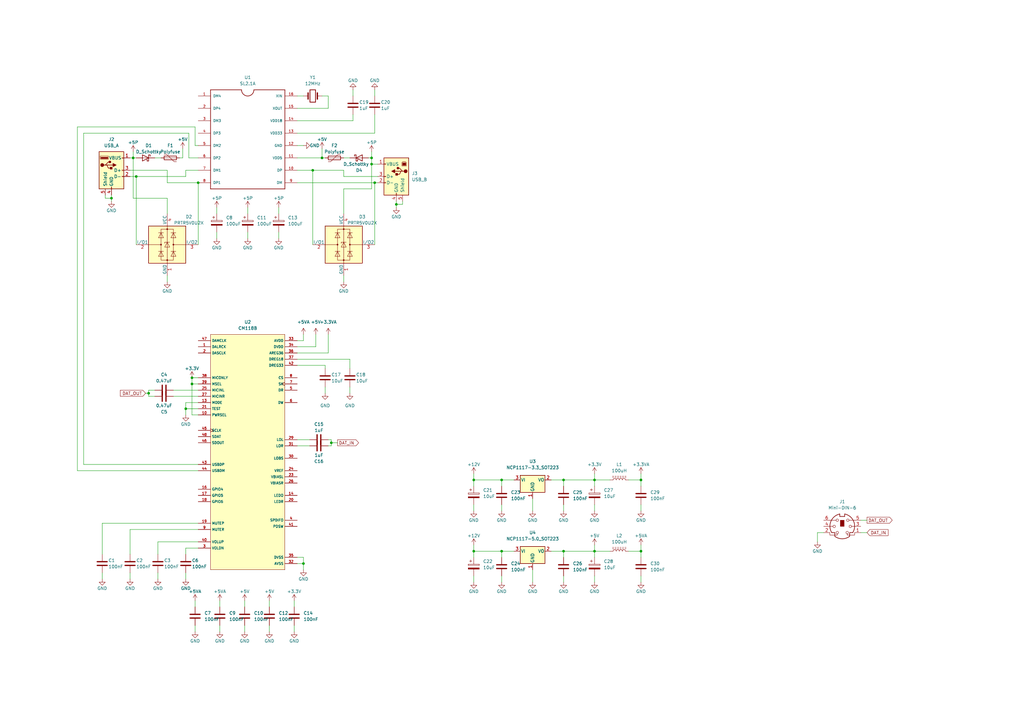
<source format=kicad_sch>
(kicad_sch (version 20230121) (generator eeschema)
  (paper "A3")
  (lib_symbols
    (symbol "CM118B:CM118B"
      (property "Reference" "U" (at 0 0 0))
      (property "Value" "CM118B" (at 0 -2.54 0))
      (symbol "CM118B_0_0"
        (pin bidirectional line (at -20.32 -10.16 0) (length 5.08) (name "DALRCK") (number "1"))
        (pin input line (at -20.32 -38.1 0) (length 5.08) (name "PWRSEL") (number "10"))
        (pin input line (at -20.32 -33.02 0) (length 5.08) (name "MODE") (number "13"))
        (pin output line (at 20.32 -71.12 180) (length 5.08) (name "LEDO") (number "14"))
        (pin power_in line (at 20.32 -96.52 180) (length 5.08) hide (name "DVSS") (number "15"))
        (pin bidirectional line (at -20.32 -68.58 0) (length 5.08) (name "GPIO4") (number "16"))
        (pin bidirectional line (at -20.32 -71.12 0) (length 5.08) (name "GPIO5") (number "17"))
        (pin bidirectional line (at -20.32 -73.66 0) (length 5.08) (name "GPIO6") (number "18"))
        (pin input line (at -20.32 -82.55 0) (length 5.08) (name "MUTEP") (number "19"))
        (pin bidirectional line (at -20.32 -12.7 0) (length 5.08) (name "DASCLK") (number "2"))
        (pin output line (at 20.32 -73.66 180) (length 5.08) (name "LEDR") (number "20"))
        (pin input line (at -20.32 -35.56 0) (length 5.08) (name "TEST") (number "21"))
        (pin power_in line (at 20.32 -99.06 180) (length 5.08) hide (name "AVSS") (number "22"))
        (pin output line (at 20.32 -63.5 180) (length 5.08) (name "VBIASL") (number "23"))
        (pin output line (at 20.32 -60.96 180) (length 5.08) (name "VREF") (number "24"))
        (pin input line (at -20.32 -27.94 0) (length 5.08) (name "MICINL") (number "25"))
        (pin output line (at 20.32 -66.04 180) (length 5.08) (name "VBIASR") (number "26"))
        (pin input line (at -20.32 -30.48 0) (length 5.08) (name "MICINR") (number "27"))
        (pin power_in line (at 20.32 -7.62 180) (length 5.08) hide (name "AVDD") (number "28"))
        (pin output line (at 20.32 -48.26 180) (length 5.08) (name "LOL") (number "29"))
        (pin input line (at -20.32 -92.71 0) (length 5.08) (name "VOLDN") (number "3"))
        (pin output line (at 20.32 -55.88 180) (length 5.08) (name "LOBS") (number "30"))
        (pin output line (at 20.32 -50.8 180) (length 5.08) (name "LOR") (number "31"))
        (pin power_in line (at 20.32 -99.06 180) (length 5.08) (name "AVSS") (number "32"))
        (pin power_in line (at 20.32 -7.62 180) (length 5.08) (name "AVDD") (number "33"))
        (pin power_in line (at 20.32 -10.16 180) (length 5.08) (name "DVDD") (number "34"))
        (pin power_in line (at 20.32 -96.52 180) (length 5.08) (name "DVSS") (number "35"))
        (pin power_in line (at 20.32 -12.7 180) (length 5.08) (name "AREG36") (number "36"))
        (pin power_in line (at 20.32 -15.24 180) (length 5.08) (name "DREG18") (number "37"))
        (pin input line (at -20.32 -22.86 0) (length 5.08) (name "MICONLY") (number "38"))
        (pin input line (at -20.32 -25.4 0) (length 5.08) (name "MSEL") (number "39"))
        (pin output line (at 20.32 -81.28 180) (length 5.08) (name "SPDIFO") (number "4"))
        (pin input line (at -20.32 -90.17 0) (length 5.08) (name "VOLUP") (number "40"))
        (pin output line (at 20.32 -83.82 180) (length 5.08) (name "PDSW") (number "41"))
        (pin power_in line (at 20.32 -17.78 180) (length 5.08) (name "DREG33") (number "42"))
        (pin bidirectional line (at -20.32 -58.42 0) (length 5.08) (name "USBDP") (number "43"))
        (pin bidirectional line (at -20.32 -60.96 0) (length 5.08) (name "USBDM") (number "44"))
        (pin bidirectional clock (at -20.32 -44.45 0) (length 5.08) (name "SCLK") (number "45"))
        (pin bidirectional line (at -20.32 -49.53 0) (length 5.08) (name "SDOUT") (number "46"))
        (pin bidirectional line (at -20.32 -7.62 0) (length 5.08) (name "DAMCLK") (number "47"))
        (pin bidirectional line (at -20.32 -46.99 0) (length 5.08) (name "SDAT") (number "48"))
        (pin bidirectional line (at 20.32 -27.94 180) (length 5.08) (name "DR") (number "5"))
        (pin output line (at 20.32 -33.02 180) (length 5.08) (name "DW") (number "6"))
        (pin output clock (at 20.32 -25.4 180) (length 5.08) (name "SK") (number "7"))
        (pin output line (at 20.32 -22.86 180) (length 5.08) (name "CS") (number "8"))
        (pin input line (at -20.32 -85.09 0) (length 5.08) (name "MUTER") (number "9"))
      )
    )
    (symbol "Connector:Mini-DIN-6" (pin_names (offset 1.016))
      (property "Reference" "J" (at 0 6.35 0))
      (property "Value" "Mini-DIN-6" (at 0 -6.35 0))
      (symbol "Mini-DIN-6_1_1"
        (pin passive line (at 7.62 -2.54 180) (length 2.54) (name "~") (number "1"))
        (pin passive line (at -7.62 -2.54 0) (length 2.54) (name "~") (number "2"))
        (pin passive line (at 7.62 0 180) (length 2.54) (name "~") (number "3"))
        (pin passive line (at -7.62 0 0) (length 2.54) (name "~") (number "4"))
        (pin passive line (at 7.62 2.54 180) (length 2.54) (name "~") (number "5"))
        (pin passive line (at -7.62 2.54 0) (length 2.54) (name "~") (number "6"))
      )
    )
    (symbol "Connector:USB_A" (pin_names (offset 1.016))
      (property "Reference" "J" (at -5.08 11.43 0))
      (property "Value" "USB_A" (at -5.08 8.89 0))
      (symbol "USB_A_1_1"
        (pin power_in line (at 7.62 5.08 180) (length 2.54) (name "VBUS") (number "1"))
        (pin bidirectional line (at 7.62 -2.54 180) (length 2.54) (name "D-") (number "2"))
        (pin bidirectional line (at 7.62 0 180) (length 2.54) (name "D+") (number "3"))
        (pin power_in line (at 0 -10.16 90) (length 2.54) (name "GND") (number "4"))
        (pin passive line (at -2.54 -10.16 90) (length 2.54) (name "Shield") (number "5"))
      )
    )
    (symbol "Connector:USB_B" (pin_names (offset 1.016))
      (property "Reference" "J" (at -5.08 11.43 0))
      (property "Value" "USB_B" (at -5.08 8.89 0))
      (symbol "USB_B_1_1"
        (pin power_out line (at 7.62 5.08 180) (length 2.54) (name "VBUS") (number "1"))
        (pin bidirectional line (at 7.62 -2.54 180) (length 2.54) (name "D-") (number "2"))
        (pin bidirectional line (at 7.62 0 180) (length 2.54) (name "D+") (number "3"))
        (pin power_out line (at 0 -10.16 90) (length 2.54) (name "GND") (number "4"))
        (pin passive line (at -2.54 -10.16 90) (length 2.54) (name "Shield") (number "5"))
      )
    )
    (symbol "Device:C" (pin_numbers hide) (pin_names (offset 0.254))
      (property "Reference" "C" (at 0.635 2.54 0))
      (property "Value" "C" (at 0.635 -2.54 0))
      (symbol "C_1_1"
        (pin passive line (at 0 3.81 270) (length 2.794) (name "~") (number "1"))
        (pin passive line (at 0 -3.81 90) (length 2.794) (name "~") (number "2"))
      )
    )
    (symbol "Device:C_Polarized" (pin_numbers hide) (pin_names (offset 0.254))
      (property "Reference" "C" (at 0.635 2.54 0))
      (property "Value" "C_Polarized" (at 0.635 -2.54 0))
      (symbol "C_Polarized_1_1"
        (pin passive line (at 0 3.81 270) (length 2.794) (name "~") (number "1"))
        (pin passive line (at 0 -3.81 90) (length 2.794) (name "~") (number "2"))
      )
    )
    (symbol "Device:Crystal" (pin_numbers hide) (pin_names (offset 1.016) hide)
      (property "Reference" "Y" (at 0 3.81 0))
      (property "Value" "Crystal" (at 0 -3.81 0))
      (symbol "Crystal_1_1"
        (pin passive line (at -3.81 0 0) (length 1.27) (name "1") (number "1"))
        (pin passive line (at 3.81 0 180) (length 1.27) (name "2") (number "2"))
      )
    )
    (symbol "Device:D_Schottky" (pin_numbers hide) (pin_names (offset 1.016) hide)
      (property "Reference" "D" (at 0 2.54 0))
      (property "Value" "D_Schottky" (at 0 -2.54 0))
      (symbol "D_Schottky_1_1"
        (pin passive line (at -3.81 0 0) (length 2.54) (name "K") (number "1"))
        (pin passive line (at 3.81 0 180) (length 2.54) (name "A") (number "2"))
      )
    )
    (symbol "Device:L_Ferrite" (pin_numbers hide) (pin_names (offset 1.016) hide)
      (property "Reference" "L" (at -1.27 0 90))
      (property "Value" "L_Ferrite" (at 2.794 0 90))
      (symbol "L_Ferrite_1_1"
        (pin passive line (at 0 3.81 270) (length 1.27) (name "1") (number "1"))
        (pin passive line (at 0 -3.81 90) (length 1.27) (name "2") (number "2"))
      )
    )
    (symbol "Device:Polyfuse" (pin_numbers hide) (pin_names (offset 0))
      (property "Reference" "F" (at -2.54 0 90))
      (property "Value" "Polyfuse" (at 2.54 0 90))
      (symbol "Polyfuse_1_1"
        (pin passive line (at 0 3.81 270) (length 1.27) (name "~") (number "1"))
        (pin passive line (at 0 -3.81 90) (length 1.27) (name "~") (number "2"))
      )
    )
    (symbol "Power_Protection:PRTR5V0U2X" (pin_names (offset 0))
      (property "Reference" "D" (at 2.794 8.636 0))
      (property "Value" "PRTR5V0U2X" (at 8.128 -9.398 0))
      (symbol "PRTR5V0U2X_1_1"
        (pin passive line (at 0 -12.7 90) (length 5.08) (name "GND") (number "1"))
        (pin passive line (at -12.7 0 0) (length 5.08) (name "I/O1") (number "2"))
        (pin passive line (at 12.7 0 180) (length 5.08) (name "I/O2") (number "3"))
        (pin passive line (at 0 12.7 270) (length 5.08) (name "VCC") (number "4"))
      )
    )
    (symbol "Regulator_Linear:NCP1117-3.3_SOT223" (pin_names (offset 0.254))
      (property "Reference" "U" (at -3.81 3.175 0))
      (property "Value" "NCP1117-3.3_SOT223" (at 0 3.175 0))
      (symbol "NCP1117-3.3_SOT223_1_1"
        (pin power_in line (at 0 -7.62 90) (length 2.54) (name "GND") (number "1"))
        (pin power_out line (at 7.62 0 180) (length 2.54) (name "VO") (number "2"))
        (pin power_in line (at -7.62 0 0) (length 2.54) (name "VI") (number "3"))
      )
    )
    (symbol "Regulator_Linear:NCP1117-5.0_SOT223" (pin_names (offset 0.254))
      (property "Reference" "U" (at -3.81 3.175 0))
      (property "Value" "NCP1117-5.0_SOT223" (at 0 3.175 0))
      (symbol "NCP1117-5.0_SOT223_1_1"
        (pin power_in line (at 0 -7.62 90) (length 2.54) (name "GND") (number "1"))
        (pin power_out line (at 7.62 0 180) (length 2.54) (name "VO") (number "2"))
        (pin power_in line (at -7.62 0 0) (length 2.54) (name "VI") (number "3"))
      )
    )
    (symbol "SL2.1:SL2.1A" (pin_names (offset 1.016))
      (property "Reference" "U" (at 0 22.86 0))
      (property "Value" "SL2.1A" (at 0 -22.86 0))
      (symbol "SL2.1A_0_0"
        (pin bidirectional line (at -20.32 17.78 0) (length 5.08) (name "DM4") (number "1"))
        (pin bidirectional line (at 20.32 -12.7 180) (length 5.08) (name "DP") (number "10"))
        (pin bidirectional line (at 20.32 -7.62 180) (length 5.08) (name "VDD5") (number "11"))
        (pin bidirectional line (at 20.32 -2.54 180) (length 5.08) (name "GND") (number "12"))
        (pin bidirectional line (at 20.32 2.54 180) (length 5.08) (name "VDD33") (number "13"))
        (pin bidirectional line (at 20.32 7.62 180) (length 5.08) (name "VDD18") (number "14"))
        (pin bidirectional line (at 20.32 12.7 180) (length 5.08) (name "XOUT") (number "15"))
        (pin bidirectional line (at 20.32 17.78 180) (length 5.08) (name "XIN") (number "16"))
        (pin bidirectional line (at -20.32 12.7 0) (length 5.08) (name "DP4") (number "2"))
        (pin bidirectional line (at -20.32 7.62 0) (length 5.08) (name "DM3") (number "3"))
        (pin bidirectional line (at -20.32 2.54 0) (length 5.08) (name "DP3") (number "4"))
        (pin bidirectional line (at -20.32 -2.54 0) (length 5.08) (name "DM2") (number "5"))
        (pin bidirectional line (at -20.32 -7.62 0) (length 5.08) (name "DP2") (number "6"))
        (pin bidirectional line (at -20.32 -12.7 0) (length 5.08) (name "DM1") (number "7"))
        (pin bidirectional line (at -20.32 -17.78 0) (length 5.08) (name "DP1") (number "8"))
        (pin bidirectional line (at 20.32 -17.78 180) (length 5.08) (name "DM") (number "9"))
      )
    )
    (symbol "power:+12V" (power) (pin_names (offset 0))
      (property "Value" "+12V" (at 0 3.556 0))
      (symbol "+12V_1_1"
        (pin power_in line (at 0 0 90) (length 0) hide (name "+12V") (number "1"))
      )
    )
    (symbol "power:+3.3V" (power) (pin_names (offset 0))
      (property "Value" "+3.3V" (at 0 3.556 0))
      (symbol "+3.3V_1_1"
        (pin power_in line (at 0 0 90) (length 0) hide (name "+3.3V") (number "1"))
      )
    )
    (symbol "power:+3.3VA" (power) (pin_names (offset 0))
      (property "Value" "+3.3VA" (at 0 3.556 0))
      (symbol "+3.3VA_1_1"
        (pin power_in line (at 0 0 90) (length 0) hide (name "+3.3VA") (number "1"))
      )
    )
    (symbol "power:+5P" (power) (pin_names (offset 0))
      (property "Value" "+5P" (at 0 3.556 0))
      (symbol "+5P_1_1"
        (pin power_in line (at 0 0 90) (length 0) hide (name "+5P") (number "1"))
      )
    )
    (symbol "power:+5V" (power) (pin_names (offset 0))
      (property "Value" "+5V" (at 0 3.556 0))
      (symbol "+5V_1_1"
        (pin power_in line (at 0 0 90) (length 0) hide (name "+5V") (number "1"))
      )
    )
    (symbol "power:+5VA" (power) (pin_names (offset 0))
      (property "Value" "+5VA" (at 0 3.556 0))
      (symbol "+5VA_1_1"
        (pin power_in line (at 0 0 90) (length 0) hide (name "+5VA") (number "1"))
      )
    )
    (symbol "power:GND" (power) (pin_names (offset 0))
      (property "Value" "GND" (at 0 -3.81 0))
      (symbol "GND_1_1"
        (pin power_in line (at 0 0 270) (length 0) hide (name "GND") (number "1"))
      )
    )
  )
  (junction (at 194.31 226.06))
  (junction (at 81.28 74.93))
  (junction (at 231.14 196.85))
  (junction (at 54.61 64.77))
  (junction (at 243.84 196.85))
  (junction (at 60.96 161.29))
  (junction (at 135.89 181.61))
  (junction (at 124.46 231.14))
  (junction (at 262.89 196.85))
  (junction (at 243.84 226.06))
  (junction (at 78.74 154.94))
  (junction (at 205.74 226.06))
  (junction (at 152.4 64.77))
  (junction (at 262.89 226.06))
  (junction (at 152.4 67.31))
  (junction (at 76.2 167.64))
  (junction (at 128.27 69.85))
  (junction (at 231.14 226.06))
  (junction (at 55.88 72.39))
  (junction (at 45.72 81.28))
  (junction (at 205.74 196.85))
  (junction (at 78.74 157.48))
  (junction (at 153.67 74.93))
  (junction (at 162.56 83.82))
  (junction (at 132.08 64.77))
  (junction (at 194.31 196.85))
  (wire (pts (xy 151.13 64.77) (xy 152.4 64.77)))
  (wire (pts (xy 124.46 139.7) (xy 124.46 137.16)))
  (wire (pts (xy 81.28 214.63) (xy 41.91 214.63)))
  (wire (pts (xy 243.84 226.06) (xy 250.19 226.06)))
  (wire (pts (xy 76.2 165.1) (xy 76.2 167.64)))
  (wire (pts (xy 114.3 85.09) (xy 114.3 87.63)))
  (wire (pts (xy 80.01 256.54) (xy 80.01 259.08)))
  (wire (pts (xy 134.62 44.45) (xy 121.92 44.45)))
  (wire (pts (xy 77.47 64.77) (xy 81.28 64.77)))
  (wire (pts (xy 231.14 236.22) (xy 231.14 238.76)))
  (wire (pts (xy 257.81 196.85) (xy 262.89 196.85)))
  (wire (pts (xy 80.01 246.38) (xy 80.01 248.92)))
  (wire (pts (xy 144.78 49.53) (xy 144.78 46.99)))
  (wire (pts (xy 132.08 64.77) (xy 133.35 64.77)))
  (wire (pts (xy 194.31 194.31) (xy 194.31 196.85)))
  (wire (pts (xy 74.93 64.77) (xy 73.66 64.77)))
  (wire (pts (xy 55.88 72.39) (xy 55.88 100.33)))
  (wire (pts (xy 101.6 85.09) (xy 101.6 87.63)))
  (wire (pts (xy 133.35 149.86) (xy 121.92 149.86)))
  (wire (pts (xy 78.74 157.48) (xy 78.74 154.94)))
  (wire (pts (xy 121.92 49.53) (xy 144.78 49.53)))
  (wire (pts (xy 63.5 162.56) (xy 60.96 162.56)))
  (wire (pts (xy 144.78 36.83) (xy 144.78 39.37)))
  (wire (pts (xy 152.4 67.31) (xy 154.94 67.31)))
  (wire (pts (xy 335.28 218.44) (xy 335.28 222.25)))
  (wire (pts (xy 135.89 180.34) (xy 135.89 181.61)))
  (wire (pts (xy 121.92 231.14) (xy 124.46 231.14)))
  (wire (pts (xy 78.74 170.18) (xy 78.74 157.48)))
  (wire (pts (xy 353.06 218.44) (xy 355.6 218.44)))
  (wire (pts (xy 162.56 83.82) (xy 162.56 85.09)))
  (wire (pts (xy 43.18 80.01) (xy 43.18 81.28)))
  (wire (pts (xy 53.34 234.95) (xy 53.34 237.49)))
  (wire (pts (xy 121.92 74.93) (xy 153.67 74.93)))
  (wire (pts (xy 121.92 147.32) (xy 143.51 147.32)))
  (wire (pts (xy 243.84 236.22) (xy 243.84 238.76)))
  (wire (pts (xy 90.17 256.54) (xy 90.17 259.08)))
  (wire (pts (xy 243.84 196.85) (xy 243.84 199.39)))
  (wire (pts (xy 34.29 190.5) (xy 81.28 190.5)))
  (wire (pts (xy 140.97 77.47) (xy 152.4 77.47)))
  (wire (pts (xy 31.75 52.07) (xy 31.75 193.04)))
  (wire (pts (xy 54.61 62.23) (xy 54.61 64.77)))
  (wire (pts (xy 71.12 162.56) (xy 81.28 162.56)))
  (wire (pts (xy 110.49 256.54) (xy 110.49 259.08)))
  (wire (pts (xy 140.97 64.77) (xy 143.51 64.77)))
  (wire (pts (xy 64.77 234.95) (xy 64.77 237.49)))
  (wire (pts (xy 205.74 228.6) (xy 205.74 226.06)))
  (wire (pts (xy 140.97 113.03) (xy 140.97 115.57)))
  (wire (pts (xy 218.44 233.68) (xy 218.44 238.76)))
  (wire (pts (xy 77.47 54.61) (xy 77.47 64.77)))
  (wire (pts (xy 124.46 228.6) (xy 124.46 231.14)))
  (wire (pts (xy 121.92 54.61) (xy 153.67 54.61)))
  (wire (pts (xy 205.74 226.06) (xy 210.82 226.06)))
  (wire (pts (xy 128.27 69.85) (xy 128.27 100.33)))
  (wire (pts (xy 76.2 224.79) (xy 76.2 227.33)))
  (wire (pts (xy 194.31 207.01) (xy 194.31 209.55)))
  (wire (pts (xy 34.29 190.5) (xy 34.29 54.61)))
  (wire (pts (xy 41.91 214.63) (xy 41.91 227.33)))
  (wire (pts (xy 140.97 87.63) (xy 140.97 77.47)))
  (wire (pts (xy 81.28 222.25) (xy 64.77 222.25)))
  (wire (pts (xy 134.62 180.34) (xy 135.89 180.34)))
  (wire (pts (xy 153.67 74.93) (xy 153.67 100.33)))
  (wire (pts (xy 194.31 228.6) (xy 194.31 226.06)))
  (wire (pts (xy 121.92 139.7) (xy 124.46 139.7)))
  (wire (pts (xy 45.72 81.28) (xy 45.72 82.55)))
  (wire (pts (xy 121.92 180.34) (xy 127 180.34)))
  (wire (pts (xy 81.28 217.17) (xy 53.34 217.17)))
  (wire (pts (xy 262.89 223.52) (xy 262.89 226.06)))
  (wire (pts (xy 135.89 181.61) (xy 138.43 181.61)))
  (wire (pts (xy 152.4 62.23) (xy 152.4 64.77)))
  (wire (pts (xy 140.97 72.39) (xy 154.94 72.39)))
  (wire (pts (xy 54.61 64.77) (xy 55.88 64.77)))
  (wire (pts (xy 68.58 81.28) (xy 68.58 87.63)))
  (wire (pts (xy 226.06 226.06) (xy 231.14 226.06)))
  (wire (pts (xy 194.31 199.39) (xy 194.31 196.85)))
  (wire (pts (xy 110.49 246.38) (xy 110.49 248.92)))
  (wire (pts (xy 243.84 196.85) (xy 250.19 196.85)))
  (wire (pts (xy 143.51 158.75) (xy 143.51 161.29)))
  (wire (pts (xy 76.2 72.39) (xy 76.2 69.85)))
  (wire (pts (xy 353.06 213.36) (xy 355.6 213.36)))
  (wire (pts (xy 60.96 161.29) (xy 60.96 160.02)))
  (wire (pts (xy 78.74 157.48) (xy 81.28 157.48)))
  (wire (pts (xy 153.67 54.61) (xy 153.67 46.99)))
  (wire (pts (xy 218.44 204.47) (xy 218.44 209.55)))
  (wire (pts (xy 121.92 182.88) (xy 127 182.88)))
  (wire (pts (xy 31.75 193.04) (xy 81.28 193.04)))
  (wire (pts (xy 152.4 77.47) (xy 152.4 67.31)))
  (wire (pts (xy 66.04 64.77) (xy 63.5 64.77)))
  (wire (pts (xy 337.82 218.44) (xy 335.28 218.44)))
  (wire (pts (xy 153.67 36.83) (xy 153.67 39.37)))
  (wire (pts (xy 231.14 196.85) (xy 231.14 199.39)))
  (wire (pts (xy 74.93 60.96) (xy 74.93 64.77)))
  (wire (pts (xy 120.65 256.54) (xy 120.65 259.08)))
  (wire (pts (xy 53.34 69.85) (xy 68.58 69.85)))
  (wire (pts (xy 121.92 228.6) (xy 124.46 228.6)))
  (wire (pts (xy 121.92 59.69) (xy 124.46 59.69)))
  (wire (pts (xy 243.84 223.52) (xy 243.84 226.06)))
  (wire (pts (xy 121.92 69.85) (xy 128.27 69.85)))
  (wire (pts (xy 262.89 226.06) (xy 262.89 228.6)))
  (wire (pts (xy 78.74 154.94) (xy 81.28 154.94)))
  (wire (pts (xy 120.65 246.38) (xy 120.65 248.92)))
  (wire (pts (xy 81.28 165.1) (xy 76.2 165.1)))
  (wire (pts (xy 205.74 196.85) (xy 210.82 196.85)))
  (wire (pts (xy 132.08 60.96) (xy 132.08 64.77)))
  (wire (pts (xy 121.92 142.24) (xy 129.54 142.24)))
  (wire (pts (xy 205.74 207.01) (xy 205.74 209.55)))
  (wire (pts (xy 54.61 64.77) (xy 54.61 81.28)))
  (wire (pts (xy 81.28 59.69) (xy 80.01 59.69)))
  (wire (pts (xy 76.2 167.64) (xy 76.2 170.18)))
  (wire (pts (xy 231.14 226.06) (xy 243.84 226.06)))
  (wire (pts (xy 68.58 113.03) (xy 68.58 115.57)))
  (wire (pts (xy 53.34 217.17) (xy 53.34 227.33)))
  (wire (pts (xy 76.2 234.95) (xy 76.2 237.49)))
  (wire (pts (xy 194.31 236.22) (xy 194.31 238.76)))
  (wire (pts (xy 243.84 226.06) (xy 243.84 228.6)))
  (wire (pts (xy 121.92 39.37) (xy 124.46 39.37)))
  (wire (pts (xy 165.1 82.55) (xy 165.1 83.82)))
  (wire (pts (xy 68.58 69.85) (xy 68.58 74.93)))
  (wire (pts (xy 133.35 158.75) (xy 133.35 161.29)))
  (wire (pts (xy 100.33 246.38) (xy 100.33 248.92)))
  (wire (pts (xy 54.61 81.28) (xy 68.58 81.28)))
  (wire (pts (xy 135.89 182.88) (xy 135.89 181.61)))
  (wire (pts (xy 43.18 81.28) (xy 45.72 81.28)))
  (wire (pts (xy 129.54 142.24) (xy 129.54 137.16)))
  (wire (pts (xy 76.2 167.64) (xy 81.28 167.64)))
  (wire (pts (xy 124.46 231.14) (xy 124.46 233.68)))
  (wire (pts (xy 80.01 59.69) (xy 80.01 52.07)))
  (wire (pts (xy 152.4 64.77) (xy 152.4 67.31)))
  (wire (pts (xy 194.31 226.06) (xy 205.74 226.06)))
  (wire (pts (xy 262.89 236.22) (xy 262.89 238.76)))
  (wire (pts (xy 121.92 64.77) (xy 132.08 64.77)))
  (wire (pts (xy 60.96 162.56) (xy 60.96 161.29)))
  (wire (pts (xy 243.84 207.01) (xy 243.84 209.55)))
  (wire (pts (xy 60.96 160.02) (xy 63.5 160.02)))
  (wire (pts (xy 121.92 144.78) (xy 134.62 144.78)))
  (wire (pts (xy 41.91 234.95) (xy 41.91 237.49)))
  (wire (pts (xy 205.74 236.22) (xy 205.74 238.76)))
  (wire (pts (xy 53.34 64.77) (xy 54.61 64.77)))
  (wire (pts (xy 128.27 69.85) (xy 140.97 69.85)))
  (wire (pts (xy 90.17 246.38) (xy 90.17 248.92)))
  (wire (pts (xy 64.77 222.25) (xy 64.77 227.33)))
  (wire (pts (xy 262.89 194.31) (xy 262.89 196.85)))
  (wire (pts (xy 114.3 95.25) (xy 114.3 97.79)))
  (wire (pts (xy 132.08 39.37) (xy 134.62 39.37)))
  (wire (pts (xy 231.14 207.01) (xy 231.14 209.55)))
  (wire (pts (xy 81.28 74.93) (xy 81.28 100.33)))
  (wire (pts (xy 59.69 161.29) (xy 60.96 161.29)))
  (wire (pts (xy 53.34 72.39) (xy 55.88 72.39)))
  (wire (pts (xy 101.6 95.25) (xy 101.6 97.79)))
  (wire (pts (xy 80.01 52.07) (xy 31.75 52.07)))
  (wire (pts (xy 262.89 207.01) (xy 262.89 209.55)))
  (wire (pts (xy 194.31 196.85) (xy 205.74 196.85)))
  (wire (pts (xy 143.51 147.32) (xy 143.51 151.13)))
  (wire (pts (xy 231.14 196.85) (xy 243.84 196.85)))
  (wire (pts (xy 76.2 69.85) (xy 81.28 69.85)))
  (wire (pts (xy 133.35 151.13) (xy 133.35 149.86)))
  (wire (pts (xy 45.72 80.01) (xy 45.72 81.28)))
  (wire (pts (xy 153.67 74.93) (xy 154.94 74.93)))
  (wire (pts (xy 68.58 74.93) (xy 81.28 74.93)))
  (wire (pts (xy 88.9 85.09) (xy 88.9 87.63)))
  (wire (pts (xy 55.88 72.39) (xy 76.2 72.39)))
  (wire (pts (xy 88.9 95.25) (xy 88.9 97.79)))
  (wire (pts (xy 134.62 144.78) (xy 134.62 137.16)))
  (wire (pts (xy 100.33 256.54) (xy 100.33 259.08)))
  (wire (pts (xy 134.62 182.88) (xy 135.89 182.88)))
  (wire (pts (xy 34.29 54.61) (xy 77.47 54.61)))
  (wire (pts (xy 194.31 223.52) (xy 194.31 226.06)))
  (wire (pts (xy 81.28 224.79) (xy 76.2 224.79)))
  (wire (pts (xy 140.97 69.85) (xy 140.97 72.39)))
  (wire (pts (xy 134.62 39.37) (xy 134.62 44.45)))
  (wire (pts (xy 165.1 83.82) (xy 162.56 83.82)))
  (wire (pts (xy 81.28 170.18) (xy 78.74 170.18)))
  (wire (pts (xy 205.74 199.39) (xy 205.74 196.85)))
  (wire (pts (xy 231.14 226.06) (xy 231.14 228.6)))
  (wire (pts (xy 262.89 196.85) (xy 262.89 199.39)))
  (wire (pts (xy 243.84 194.31) (xy 243.84 196.85)))
  (wire (pts (xy 71.12 160.02) (xy 81.28 160.02)))
  (wire (pts (xy 162.56 82.55) (xy 162.56 83.82)))
  (wire (pts (xy 257.81 226.06) (xy 262.89 226.06)))
  (wire (pts (xy 226.06 196.85) (xy 231.14 196.85)))
  (global_label "DAT_IN" (shape output) (at 138.43 181.61 0) (property "Intersheetrefs" "${INTERSHEET_REFS}" (effects hide)))
  (global_label "DAT_OUT" (shape output) (at 355.6 213.36 0) (property "Intersheetrefs" "${INTERSHEET_REFS}" (effects hide)))
  (global_label "DAT_IN" (shape input) (at 355.6 218.44 0) (property "Intersheetrefs" "${INTERSHEET_REFS}" (effects hide)))
  (global_label "DAT_OUT" (shape input) (at 59.69 161.29 180) (property "Intersheetrefs" "${INTERSHEET_REFS}" (effects hide)))
  (symbol (lib_id "power:GND") (at 144.78 36.83 180) (unit 1)
    (property "Reference" "#PWR037" (effects hide))
    (property "Value" "GND" (at 144.78 33.02 0))
  )
  (symbol (lib_id "Device:C_Polarized") (at 243.84 203.2 0) (unit 1)
    (property "Reference" "C27" (at 247.65 201.0409 0) (effects (justify left)))
    (property "Value" "10uF" (at 247.65 203.5809 0) (effects (justify left)))
    (property "Footprint" "Capacitor_SMD:C_0805_2012Metric" (effects hide))
    (property "Orderd" "Y" (effects hide))
  )
  (symbol (lib_id "power:GND") (at 76.2 237.49 0) (unit 1)
    (property "Reference" "#PWR010" (effects hide))
    (property "Value" "GND" (at 76.2 241.3 0))
  )
  (symbol (lib_id "Device:C") (at 53.34 231.14 0) (unit 1)
    (property "Reference" "C2" (at 55.88 229.87 0) (effects (justify left)))
    (property "Value" "100nF" (at 55.88 232.41 0) (effects (justify left)))
    (property "Footprint" "Capacitor_SMD:C_0805_2012Metric" (effects hide))
    (property "Orderd" "Y" (effects hide))
  )
  (symbol (lib_id "power:+5VA") (at 124.46 137.16 0) (unit 1)
    (property "Reference" "#PWR029" (effects hide))
    (property "Value" "+5VA" (at 124.46 132.08 0))
  )
  (symbol (lib_id "power:GND") (at 262.89 209.55 0) (unit 1)
    (property "Reference" "#PWR056" (effects hide))
    (property "Value" "GND" (at 262.89 213.36 0))
  )
  (symbol (lib_id "power:+5VA") (at 80.01 246.38 0) (unit 1)
    (property "Reference" "#PWR012" (effects hide))
    (property "Value" "+5VA" (at 80.01 242.57 0))
  )
  (symbol (lib_id "power:+5P") (at 114.3 85.09 0) (unit 1)
    (property "Reference" "#PWR024" (effects hide))
    (property "Value" "+5P" (at 114.3 81.28 0))
  )
  (symbol (lib_id "power:GND") (at 76.2 170.18 0) (unit 1)
    (property "Reference" "#PWR09" (effects hide))
    (property "Value" "GND" (at 76.2 173.99 0))
  )
  (symbol (lib_id "power:GND") (at 64.77 237.49 0) (unit 1)
    (property "Reference" "#PWR06" (effects hide))
    (property "Value" "GND" (at 64.77 241.3 0))
  )
  (symbol (lib_id "power:GND") (at 124.46 233.68 0) (unit 1)
    (property "Reference" "#PWR030" (effects hide))
    (property "Value" "GND" (at 124.46 237.49 0))
  )
  (symbol (lib_id "Device:L_Ferrite") (at 254 226.06 90) (unit 1)
    (property "Reference" "L2" (at 254 219.71 90))
    (property "Value" "100uH" (at 254 222.25 90))
    (property "Footprint" "Inductor_SMD:L_12x12mm_H8mm" (effects hide))
    (property "Orderd" "Y" (effects hide))
  )
  (symbol (lib_id "power:+3.3VA") (at 262.89 194.31 0) (unit 1)
    (property "Reference" "#PWR055" (effects hide))
    (property "Value" "+3.3VA" (at 262.89 190.5 0))
  )
  (symbol (lib_id "Connector:USB_B") (at 162.56 72.39 0) (mirror y) (unit 1)
    (property "Reference" "J3" (at 168.91 71.1199 0) (effects (justify right)))
    (property "Value" "USB_B" (at 168.91 73.6599 0) (effects (justify right)))
    (property "Footprint" "Connector_USB:USB_B_OST_USB-B1HSxx_Horizontal" (effects hide))
    (property "Datasheet" " ~" (effects hide))
    (property "Orderd" "Y" (effects hide))
  )
  (symbol (lib_id "Connector:Mini-DIN-6") (at 345.44 215.9 0) (unit 1)
    (property "Reference" "J1" (at 345.4577 205.74 0))
    (property "Value" "Mini-DIN-6" (at 345.4577 208.28 0))
    (property "Footprint" "Connectors:Mini-DIN6" (effects hide))
    (property "Datasheet" "http://service.powerdynamics.com/ec/Catalog17/Section%2011.pdf" (effects hide))
    (property "Orderd" "-" (effects hide))
  )
  (symbol (lib_id "Device:C_Polarized") (at 194.31 203.2 0) (unit 1)
    (property "Reference" "C21" (at 198.12 201.0409 0) (effects (justify left)))
    (property "Value" "10uF" (at 198.12 203.5809 0) (effects (justify left)))
    (property "Footprint" "Capacitor_SMD:C_0805_2012Metric" (effects hide))
    (property "Orderd" "Y" (effects hide))
  )
  (symbol (lib_id "power:GND") (at 80.01 259.08 0) (unit 1)
    (property "Reference" "#PWR013" (effects hide))
    (property "Value" "GND" (at 80.01 262.89 0))
  )
  (symbol (lib_id "power:GND") (at 120.65 259.08 0) (unit 1)
    (property "Reference" "#PWR027" (effects hide))
    (property "Value" "GND" (at 120.65 262.89 0))
  )
  (symbol (lib_id "Device:C") (at 153.67 43.18 180) (unit 1)
    (property "Reference" "C20" (at 156.21 41.91 0) (effects (justify right)))
    (property "Value" "1uF" (at 156.21 44.45 0) (effects (justify right)))
    (property "Footprint" "Capacitor_SMD:C_0805_2012Metric" (effects hide))
    (property "Orderd" "Y" (effects hide))
  )
  (symbol (lib_id "power:+12V") (at 194.31 223.52 0) (unit 1)
    (property "Reference" "#PWR043" (effects hide))
    (property "Value" "+12V" (at 194.31 219.71 0))
  )
  (symbol (lib_id "power:GND") (at 114.3 97.79 0) (unit 1)
    (property "Reference" "#PWR025" (effects hide))
    (property "Value" "GND" (at 114.3 101.6 0))
  )
  (symbol (lib_id "Device:C") (at 110.49 252.73 0) (unit 1)
    (property "Reference" "C12" (at 114.3 251.4599 0) (effects (justify left)))
    (property "Value" "100nF" (at 114.3 253.9999 0) (effects (justify left)))
    (property "Footprint" "Capacitor_SMD:C_0805_2012Metric" (effects hide))
    (property "Orderd" "Y" (effects hide))
  )
  (symbol (lib_id "Device:C") (at 130.81 180.34 90) (unit 1)
    (property "Reference" "C15" (at 130.81 173.99 90))
    (property "Value" "1uF" (at 130.81 176.53 90))
    (property "Footprint" "Capacitor_SMD:C_0805_2012Metric" (effects hide))
    (property "Orderd" "Y" (effects hide))
  )
  (symbol (lib_id "power:+3.3V") (at 120.65 246.38 0) (unit 1)
    (property "Reference" "#PWR026" (effects hide))
    (property "Value" "+3.3V" (at 120.65 242.57 0))
  )
  (symbol (lib_id "Device:C_Polarized") (at 88.9 91.44 0) (unit 1)
    (property "Reference" "C8" (at 92.71 89.2809 0) (effects (justify left)))
    (property "Value" "100uF" (at 92.71 91.8209 0) (effects (justify left)))
    (property "Footprint" "Capacitor_SMD:CP_Elec_6.3x5.4" (effects hide))
    (property "Orderd" "Y" (effects hide))
  )
  (symbol (lib_id "power:GND") (at 140.97 115.57 0) (unit 1)
    (property "Reference" "#PWR035" (effects hide))
    (property "Value" "GND" (at 140.97 119.38 0))
  )
  (symbol (lib_id "power:GND") (at 100.33 259.08 0) (unit 1)
    (property "Reference" "#PWR019" (effects hide))
    (property "Value" "GND" (at 100.33 262.89 0))
  )
  (symbol (lib_id "CM118B:CM118B") (at 101.6 132.08 0) (unit 1)
    (property "Reference" "U2" (at 101.6 132.08 0))
    (property "Value" "CM118B" (at 101.6 134.62 0))
    (property "Footprint" "Package_QFP:LQFP-48_7x7mm_P0.5mm" (effects hide))
    (property "Datasheet" "https://www.snapeda.com/parts/CM118B/Cmedia/datasheet/" (effects hide))
    (property "Orderd" "Y" (effects hide))
  )
  (symbol (lib_id "Regulator_Linear:NCP1117-5.0_SOT223") (at 218.44 226.06 0) (unit 1)
    (property "Reference" "U4" (at 218.44 218.44 0))
    (property "Value" "NCP1117-5.0_SOT223" (at 218.44 220.98 0))
    (property "Footprint" "Package_TO_SOT_SMD:SOT-223-3_TabPin2" (effects hide))
    (property "Datasheet" "http://www.onsemi.com/pub_link/Collateral/NCP1117-D.PDF" (effects hide))
    (property "Orderd" "-" (effects hide))
  )
  (symbol (lib_id "Device:C") (at 144.78 43.18 180) (unit 1)
    (property "Reference" "C19" (at 147.32 41.91 0) (effects (justify right)))
    (property "Value" "1uF" (at 147.32 44.45 0) (effects (justify right)))
    (property "Footprint" "Capacitor_SMD:C_0805_2012Metric" (effects hide))
    (property "Orderd" "Y" (effects hide))
  )
  (symbol (lib_id "Device:C") (at 80.01 252.73 0) (unit 1)
    (property "Reference" "C7" (at 83.82 251.4599 0) (effects (justify left)))
    (property "Value" "100nF" (at 83.82 253.9999 0) (effects (justify left)))
    (property "Footprint" "Capacitor_SMD:C_0805_2012Metric" (effects hide))
    (property "Orderd" "Y" (effects hide))
  )
  (symbol (lib_id "Device:C") (at 120.65 252.73 0) (unit 1)
    (property "Reference" "C14" (at 124.46 251.4599 0) (effects (justify left)))
    (property "Value" "100nF" (at 124.46 253.9999 0) (effects (justify left)))
    (property "Footprint" "Capacitor_SMD:C_0805_2012Metric" (effects hide))
    (property "Orderd" "Y" (effects hide))
  )
  (symbol (lib_id "power:GND") (at 218.44 209.55 0) (unit 1)
    (property "Reference" "#PWR047" (effects hide))
    (property "Value" "GND" (at 218.44 213.36 0))
  )
  (symbol (lib_id "Power_Protection:PRTR5V0U2X") (at 140.97 100.33 0) (unit 1)
    (property "Reference" "D3" (at 148.59 88.9 0))
    (property "Value" "PRTR5V0U2X" (at 148.59 91.44 0))
    (property "Footprint" "Package_TO_SOT_SMD:SOT-143" (effects hide))
    (property "Datasheet" "https://assets.nexperia.com/documents/data-sheet/PRTR5V0U2X.pdf" (effects hide))
    (property "Orderd" "Y" (effects hide))
  )
  (symbol (lib_id "power:+5P") (at 88.9 85.09 0) (unit 1)
    (property "Reference" "#PWR014" (effects hide))
    (property "Value" "+5P" (at 88.9 81.28 0))
  )
  (symbol (lib_id "power:+5V") (at 243.84 223.52 0) (unit 1)
    (property "Reference" "#PWR053" (effects hide))
    (property "Value" "+5V" (at 243.84 219.71 0))
  )
  (symbol (lib_id "Device:L_Ferrite") (at 254 196.85 90) (unit 1)
    (property "Reference" "L1" (at 254 190.5 90))
    (property "Value" "100uH" (at 254 193.04 90))
    (property "Footprint" "Inductor_SMD:L_12x12mm_H8mm" (effects hide))
    (property "Orderd" "Y" (effects hide))
  )
  (symbol (lib_id "Device:C") (at 90.17 252.73 0) (unit 1)
    (property "Reference" "C9" (at 93.98 251.4599 0) (effects (justify left)))
    (property "Value" "100nF" (at 93.98 253.9999 0) (effects (justify left)))
    (property "Footprint" "Capacitor_SMD:C_0805_2012Metric" (effects hide))
    (property "Orderd" "Y" (effects hide))
  )
  (symbol (lib_id "power:+5V") (at 132.08 60.96 0) (unit 1)
    (property "Reference" "#PWR032" (effects hide))
    (property "Value" "+5V" (at 132.08 57.15 0))
  )
  (symbol (lib_id "Device:D_Schottky") (at 147.32 64.77 0) (unit 1)
    (property "Reference" "D4" (at 147.32 69.85 0))
    (property "Value" "D_Schottky" (at 146.05 67.31 0))
    (property "Footprint" "Diode_SMD:D_SOD-123" (effects hide))
    (property "Orderd" "Y" (effects hide))
  )
  (symbol (lib_id "Device:C") (at 64.77 231.14 0) (unit 1)
    (property "Reference" "C3" (at 67.31 229.87 0) (effects (justify left)))
    (property "Value" "100nF" (at 67.31 232.41 0) (effects (justify left)))
    (property "Footprint" "Capacitor_SMD:C_0805_2012Metric" (effects hide))
    (property "Orderd" "Y" (effects hide))
  )
  (symbol (lib_id "Device:C") (at 205.74 203.2 0) (unit 1)
    (property "Reference" "C23" (at 209.55 201.9299 0) (effects (justify left)))
    (property "Value" "100nF" (at 209.55 204.4699 0) (effects (justify left)))
    (property "Footprint" "Capacitor_SMD:C_0805_2012Metric" (effects hide))
    (property "Orderd" "Y" (effects hide))
  )
  (symbol (lib_id "power:+5VA") (at 262.89 223.52 0) (unit 1)
    (property "Reference" "#PWR057" (effects hide))
    (property "Value" "+5VA" (at 262.89 219.71 0))
  )
  (symbol (lib_id "Device:C") (at 262.89 232.41 0) (unit 1)
    (property "Reference" "C30" (at 266.7 231.1399 0) (effects (justify left)))
    (property "Value" "100nF" (at 266.7 233.6799 0) (effects (justify left)))
    (property "Footprint" "Capacitor_SMD:C_0805_2012Metric" (effects hide))
    (property "Orderd" "Y" (effects hide))
  )
  (symbol (lib_id "power:+5V") (at 110.49 246.38 0) (unit 1)
    (property "Reference" "#PWR022" (effects hide))
    (property "Value" "+5V" (at 110.49 242.57 0))
  )
  (symbol (lib_id "power:+5V") (at 100.33 246.38 0) (unit 1)
    (property "Reference" "#PWR018" (effects hide))
    (property "Value" "+5V" (at 100.33 242.57 0))
  )
  (symbol (lib_id "Device:C") (at 231.14 232.41 0) (unit 1)
    (property "Reference" "C26" (at 234.95 231.1399 0) (effects (justify left)))
    (property "Value" "100nF" (at 234.95 233.6799 0) (effects (justify left)))
    (property "Footprint" "Capacitor_SMD:C_0805_2012Metric" (effects hide))
    (property "Orderd" "Y" (effects hide))
  )
  (symbol (lib_id "power:GND") (at 68.58 115.57 0) (unit 1)
    (property "Reference" "#PWR07" (effects hide))
    (property "Value" "GND" (at 68.58 119.38 0))
  )
  (symbol (lib_id "power:GND") (at 124.46 59.69 90) (unit 1)
    (property "Reference" "#PWR028" (effects hide))
    (property "Value" "GND" (at 127 59.69 90) (effects (justify right)))
  )
  (symbol (lib_id "power:+3.3V") (at 243.84 194.31 0) (unit 1)
    (property "Reference" "#PWR051" (effects hide))
    (property "Value" "+3.3V" (at 243.84 190.5 0))
  )
  (symbol (lib_id "Device:C") (at 41.91 231.14 0) (unit 1)
    (property "Reference" "C1" (at 44.45 229.87 0) (effects (justify left)))
    (property "Value" "100nF" (at 44.45 232.41 0) (effects (justify left)))
    (property "Footprint" "Capacitor_SMD:C_0805_2012Metric" (effects hide))
    (property "Orderd" "Y" (effects hide))
  )
  (symbol (lib_id "Device:Polyfuse") (at 137.16 64.77 90) (unit 1)
    (property "Reference" "F2" (at 137.16 59.69 90))
    (property "Value" "Polyfuse" (at 137.16 62.23 90))
    (property "Footprint" "Fuse:Fuse_1206_3216Metric" (effects hide))
    (property "Orderd" "-" (effects hide))
  )
  (symbol (lib_id "power:+5V") (at 74.93 60.96 0) (mirror y) (unit 1)
    (property "Reference" "#PWR08" (effects hide))
    (property "Value" "+5V" (at 74.93 57.15 0))
  )
  (symbol (lib_id "power:GND") (at 335.28 222.25 0) (unit 1)
    (property "Reference" "#PWR01" (effects hide))
    (property "Value" "GND" (at 335.28 226.06 0))
  )
  (symbol (lib_id "power:GND") (at 88.9 97.79 0) (unit 1)
    (property "Reference" "#PWR015" (effects hide))
    (property "Value" "GND" (at 88.9 101.6 0))
  )
  (symbol (lib_id "Device:C_Polarized") (at 114.3 91.44 0) (unit 1)
    (property "Reference" "C13" (at 118.11 89.2809 0) (effects (justify left)))
    (property "Value" "100uF" (at 118.11 91.8209 0) (effects (justify left)))
    (property "Footprint" "Capacitor_SMD:CP_Elec_6.3x5.4" (effects hide))
    (property "Orderd" "Y" (effects hide))
  )
  (symbol (lib_id "power:+5VA") (at 90.17 246.38 0) (unit 1)
    (property "Reference" "#PWR016" (effects hide))
    (property "Value" "+5VA" (at 90.17 242.57 0))
  )
  (symbol (lib_id "Device:C") (at 130.81 182.88 90) (unit 1)
    (property "Reference" "C16" (at 130.81 189.23 90))
    (property "Value" "1uF" (at 130.81 186.69 90))
    (property "Footprint" "Capacitor_SMD:C_0805_2012Metric" (effects hide))
    (property "Orderd" "Y" (effects hide))
  )
  (symbol (lib_id "power:+12V") (at 194.31 194.31 0) (unit 1)
    (property "Reference" "#PWR041" (effects hide))
    (property "Value" "+12V" (at 194.31 190.5 0))
  )
  (symbol (lib_id "power:+5V") (at 129.54 137.16 0) (unit 1)
    (property "Reference" "#PWR031" (effects hide))
    (property "Value" "+5V" (at 129.54 132.08 0))
  )
  (symbol (lib_id "power:GND") (at 231.14 209.55 0) (unit 1)
    (property "Reference" "#PWR049" (effects hide))
    (property "Value" "GND" (at 231.14 213.36 0))
  )
  (symbol (lib_id "Device:Crystal") (at 128.27 39.37 0) (unit 1)
    (property "Reference" "Y1" (at 128.27 31.75 0))
    (property "Value" "12MHz" (at 128.27 34.29 0))
    (property "Orderd" "Y" (effects hide))
  )
  (symbol (lib_id "power:+3.3VA") (at 134.62 137.16 0) (unit 1)
    (property "Reference" "#PWR034" (effects hide))
    (property "Value" "+3.3VA" (at 134.62 132.08 0))
  )
  (symbol (lib_id "power:GND") (at 153.67 36.83 180) (unit 1)
    (property "Reference" "#PWR039" (effects hide))
    (property "Value" "GND" (at 153.67 33.02 0))
  )
  (symbol (lib_id "power:GND") (at 243.84 209.55 0) (unit 1)
    (property "Reference" "#PWR052" (effects hide))
    (property "Value" "GND" (at 243.84 213.36 0))
  )
  (symbol (lib_id "power:GND") (at 205.74 209.55 0) (unit 1)
    (property "Reference" "#PWR045" (effects hide))
    (property "Value" "GND" (at 205.74 213.36 0))
  )
  (symbol (lib_id "power:GND") (at 45.72 82.55 0) (unit 1)
    (property "Reference" "#PWR03" (effects hide))
    (property "Value" "GND" (at 45.72 86.36 0))
  )
  (symbol (lib_id "power:+3.3V") (at 78.74 154.94 0) (unit 1)
    (property "Reference" "#PWR011" (effects hide))
    (property "Value" "+3.3V" (at 78.74 151.13 0))
  )
  (symbol (lib_id "Connector:USB_A") (at 45.72 69.85 0) (unit 1)
    (property "Reference" "J2" (at 45.72 57.15 0))
    (property "Value" "USB_A" (at 45.72 59.69 0))
    (property "Footprint" "Connectors:USB" (effects hide))
    (property "Datasheet" " ~" (effects hide))
    (property "Orderd" "Y" (effects hide))
  )
  (symbol (lib_id "power:GND") (at 53.34 237.49 0) (unit 1)
    (property "Reference" "#PWR04" (effects hide))
    (property "Value" "GND" (at 53.34 241.3 0))
  )
  (symbol (lib_id "Device:C") (at 231.14 203.2 0) (unit 1)
    (property "Reference" "C25" (at 234.95 201.9299 0) (effects (justify left)))
    (property "Value" "100nF" (at 234.95 204.4699 0) (effects (justify left)))
    (property "Footprint" "Capacitor_SMD:C_0805_2012Metric" (effects hide))
    (property "Orderd" "Y" (effects hide))
  )
  (symbol (lib_id "power:+5P") (at 101.6 85.09 0) (unit 1)
    (property "Reference" "#PWR020" (effects hide))
    (property "Value" "+5P" (at 101.6 81.28 0))
  )
  (symbol (lib_id "Device:C") (at 133.35 154.94 0) (unit 1)
    (property "Reference" "C17" (at 135.89 153.67 0) (effects (justify left)))
    (property "Value" "10uF" (at 135.89 156.21 0) (effects (justify left)))
    (property "Footprint" "Capacitor_SMD:C_0805_2012Metric" (effects hide))
    (property "Orderd" "Y" (effects hide))
  )
  (symbol (lib_id "power:GND") (at 101.6 97.79 0) (unit 1)
    (property "Reference" "#PWR021" (effects hide))
    (property "Value" "GND" (at 101.6 101.6 0))
  )
  (symbol (lib_id "Device:C") (at 205.74 232.41 0) (unit 1)
    (property "Reference" "C24" (at 209.55 231.1399 0) (effects (justify left)))
    (property "Value" "100nF" (at 209.55 233.6799 0) (effects (justify left)))
    (property "Footprint" "Capacitor_SMD:C_0805_2012Metric" (effects hide))
    (property "Orderd" "Y" (effects hide))
  )
  (symbol (lib_id "power:GND") (at 162.56 85.09 0) (unit 1)
    (property "Reference" "#PWR040" (effects hide))
    (property "Value" "GND" (at 162.56 88.9 0))
  )
  (symbol (lib_id "Device:C_Polarized") (at 101.6 91.44 0) (unit 1)
    (property "Reference" "C11" (at 105.41 89.2809 0) (effects (justify left)))
    (property "Value" "100uF" (at 105.41 91.8209 0) (effects (justify left)))
    (property "Footprint" "Capacitor_SMD:CP_Elec_6.3x5.4" (effects hide))
    (property "Orderd" "Y" (effects hide))
  )
  (symbol (lib_id "Device:C") (at 76.2 231.14 0) (unit 1)
    (property "Reference" "C6" (at 78.74 229.87 0) (effects (justify left)))
    (property "Value" "100nF" (at 78.74 232.41 0) (effects (justify left)))
    (property "Footprint" "Capacitor_SMD:C_0805_2012Metric" (effects hide))
    (property "Orderd" "Y" (effects hide))
  )
  (symbol (lib_id "Device:C") (at 100.33 252.73 0) (unit 1)
    (property "Reference" "C10" (at 104.14 251.4599 0) (effects (justify left)))
    (property "Value" "100nF" (at 104.14 253.9999 0) (effects (justify left)))
    (property "Footprint" "Capacitor_SMD:C_0805_2012Metric" (effects hide))
    (property "Orderd" "Y" (effects hide))
  )
  (symbol (lib_id "Device:C") (at 67.31 160.02 90) (unit 1)
    (property "Reference" "C4" (at 67.31 153.67 90))
    (property "Value" "0.47uF" (at 67.31 156.21 90))
    (property "Footprint" "Capacitor_SMD:C_0805_2012Metric" (effects hide))
    (property "Orderd" "Y" (effects hide))
  )
  (symbol (lib_id "Device:C") (at 143.51 154.94 0) (unit 1)
    (property "Reference" "C18" (at 146.05 153.67 0) (effects (justify left)))
    (property "Value" "10uF" (at 146.05 156.21 0) (effects (justify left)))
    (property "Footprint" "Capacitor_SMD:C_0805_2012Metric" (effects hide))
    (property "Orderd" "Y" (effects hide))
  )
  (symbol (lib_id "power:GND") (at 262.89 238.76 0) (unit 1)
    (property "Reference" "#PWR058" (effects hide))
    (property "Value" "GND" (at 262.89 242.57 0))
  )
  (symbol (lib_id "Device:C_Polarized") (at 243.84 232.41 0) (unit 1)
    (property "Reference" "C28" (at 247.65 230.2509 0) (effects (justify left)))
    (property "Value" "10uF" (at 247.65 232.7909 0) (effects (justify left)))
    (property "Footprint" "Capacitor_SMD:C_0805_2012Metric" (effects hide))
    (property "Orderd" "Y" (effects hide))
  )
  (symbol (lib_id "Regulator_Linear:NCP1117-3.3_SOT223") (at 218.44 196.85 0) (unit 1)
    (property "Reference" "U3" (at 218.44 189.23 0))
    (property "Value" "NCP1117-3.3_SOT223" (at 218.44 191.77 0))
    (property "Footprint" "Package_TO_SOT_SMD:SOT-223-3_TabPin2" (effects hide))
    (property "Datasheet" "http://www.onsemi.com/pub_link/Collateral/NCP1117-D.PDF" (effects hide))
    (property "Orderd" "Y" (effects hide))
  )
  (symbol (lib_id "power:GND") (at 218.44 238.76 0) (unit 1)
    (property "Reference" "#PWR048" (effects hide))
    (property "Value" "GND" (at 218.44 242.57 0))
  )
  (symbol (lib_id "power:GND") (at 41.91 237.49 0) (unit 1)
    (property "Reference" "#PWR02" (effects hide))
    (property "Value" "GND" (at 41.91 241.3 0))
  )
  (symbol (lib_id "power:GND") (at 231.14 238.76 0) (unit 1)
    (property "Reference" "#PWR050" (effects hide))
    (property "Value" "GND" (at 231.14 242.57 0))
  )
  (symbol (lib_id "Device:C_Polarized") (at 194.31 232.41 0) (unit 1)
    (property "Reference" "C22" (at 198.12 230.2509 0) (effects (justify left)))
    (property "Value" "10uF" (at 198.12 232.7909 0) (effects (justify left)))
    (property "Footprint" "Capacitor_SMD:C_0805_2012Metric" (effects hide))
    (property "Orderd" "Y" (effects hide))
  )
  (symbol (lib_id "power:GND") (at 133.35 161.29 0) (unit 1)
    (property "Reference" "#PWR033" (effects hide))
    (property "Value" "GND" (at 133.35 166.37 0))
  )
  (symbol (lib_id "power:+5P") (at 54.61 62.23 0) (unit 1)
    (property "Reference" "#PWR05" (effects hide))
    (property "Value" "+5P" (at 54.61 58.42 0))
  )
  (symbol (lib_id "Device:Polyfuse") (at 69.85 64.77 270) (mirror x) (unit 1)
    (property "Reference" "F1" (at 69.85 59.69 90))
    (property "Value" "Polyfuse" (at 69.85 62.23 90))
    (property "Footprint" "Fuse:Fuse_1206_3216Metric" (effects hide))
    (property "Orderd" "-" (effects hide))
  )
  (symbol (lib_id "power:GND") (at 143.51 161.29 0) (unit 1)
    (property "Reference" "#PWR036" (effects hide))
    (property "Value" "GND" (at 143.51 166.37 0))
  )
  (symbol (lib_id "power:+5P") (at 152.4 62.23 0) (unit 1)
    (property "Reference" "#PWR038" (effects hide))
    (property "Value" "+5P" (at 152.4 58.42 0))
  )
  (symbol (lib_id "Device:C") (at 262.89 203.2 0) (unit 1)
    (property "Reference" "C29" (at 266.7 201.9299 0) (effects (justify left)))
    (property "Value" "100nF" (at 266.7 204.4699 0) (effects (justify left)))
    (property "Footprint" "Capacitor_SMD:C_0805_2012Metric" (effects hide))
    (property "Orderd" "Y" (effects hide))
  )
  (symbol (lib_id "Power_Protection:PRTR5V0U2X") (at 68.58 100.33 0) (unit 1)
    (property "Reference" "D2" (at 77.47 88.9 0))
    (property "Value" "PRTR5V0U2X" (at 77.47 91.44 0))
    (property "Footprint" "Package_TO_SOT_SMD:SOT-143" (effects hide))
    (property "Datasheet" "https://assets.nexperia.com/documents/data-sheet/PRTR5V0U2X.pdf" (effects hide))
    (property "Orderd" "Y" (effects hide))
  )
  (symbol (lib_id "power:GND") (at 110.49 259.08 0) (unit 1)
    (property "Reference" "#PWR023" (effects hide))
    (property "Value" "GND" (at 110.49 262.89 0))
  )
  (symbol (lib_id "power:GND") (at 194.31 209.55 0) (unit 1)
    (property "Reference" "#PWR042" (effects hide))
    (property "Value" "GND" (at 194.31 213.36 0))
  )
  (symbol (lib_id "Device:D_Schottky") (at 59.69 64.77 0) (mirror y) (unit 1)
    (property "Reference" "D1" (at 60.96 59.69 0))
    (property "Value" "D_Schottky" (at 60.96 62.23 0))
    (property "Footprint" "Diode_SMD:D_SOD-123" (effects hide))
    (property "Orderd" "Y" (effects hide))
  )
  (symbol (lib_id "Device:C") (at 67.31 162.56 90) (unit 1)
    (property "Reference" "C5" (at 67.31 168.91 90))
    (property "Value" "0.47uF" (at 67.31 166.37 90))
    (property "Footprint" "Capacitor_SMD:C_0805_2012Metric" (effects hide))
    (property "Orderd" "Y" (effects hide))
  )
  (symbol (lib_id "power:GND") (at 90.17 259.08 0) (unit 1)
    (property "Reference" "#PWR017" (effects hide))
    (property "Value" "GND" (at 90.17 262.89 0))
  )
  (symbol (lib_id "power:GND") (at 205.74 238.76 0) (unit 1)
    (property "Reference" "#PWR046" (effects hide))
    (property "Value" "GND" (at 205.74 242.57 0))
  )
  (symbol (lib_id "power:GND") (at 243.84 238.76 0) (unit 1)
    (property "Reference" "#PWR054" (effects hide))
    (property "Value" "GND" (at 243.84 242.57 0))
  )
  (symbol (lib_id "SL2.1:SL2.1A") (at 101.6 57.15 0) (unit 1)
    (property "Reference" "U1" (at 101.6 31.75 0))
    (property "Value" "SL2.1A" (at 101.6 34.29 0))
    (property "Footprint" "Package_SO:SOP-16_3.9x9.9mm_P1.27mm" (effects hide))
    (property "Orderd" "Y" (effects hide))
  )
  (symbol (lib_id "power:GND") (at 194.31 238.76 0) (unit 1)
    (property "Reference" "#PWR044" (effects hide))
    (property "Value" "GND" (at 194.31 242.57 0))
  )
)
</source>
